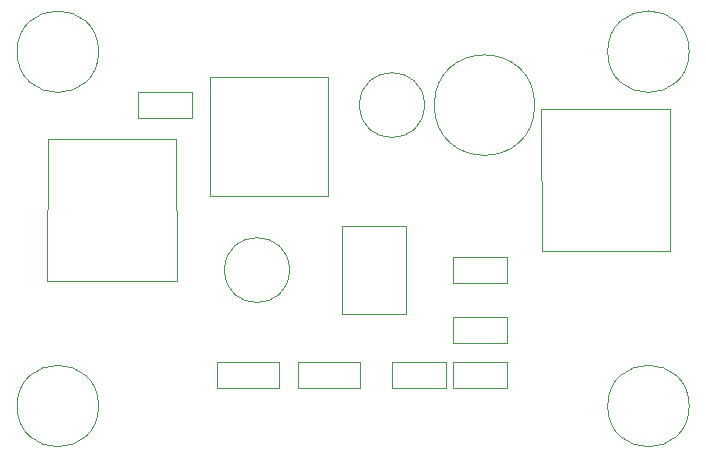
<source format=gbr>
G04 #@! TF.GenerationSoftware,KiCad,Pcbnew,(5.1.5-0-10_14)*
G04 #@! TF.CreationDate,2020-02-11T13:30:23+00:00*
G04 #@! TF.ProjectId,K1889054_A2000_01,4b313838-3930-4353-945f-41323030305f,1.0*
G04 #@! TF.SameCoordinates,Original*
G04 #@! TF.FileFunction,Other,User*
%FSLAX46Y46*%
G04 Gerber Fmt 4.6, Leading zero omitted, Abs format (unit mm)*
G04 Created by KiCad (PCBNEW (5.1.5-0-10_14)) date 2020-02-11 13:30:23*
%MOMM*%
%LPD*%
G04 APERTURE LIST*
%ADD10C,0.050000*%
%ADD11C,0.120000*%
G04 APERTURE END LIST*
D10*
X129050000Y-107190000D02*
X134450000Y-107190000D01*
X134450000Y-107190000D02*
X134450000Y-99790000D01*
X134450000Y-99790000D02*
X129050000Y-99790000D01*
X129050000Y-99790000D02*
X129050000Y-107190000D01*
D11*
X104114800Y-104404400D02*
X104140200Y-92441000D01*
X115062200Y-104429800D02*
X104114800Y-104404400D01*
X115011400Y-92415600D02*
X115062200Y-104429800D01*
X104140200Y-92415600D02*
X115011400Y-92415600D01*
D10*
X145370000Y-89520000D02*
G75*
G03X145370000Y-89520000I-4250000J0D01*
G01*
X127880000Y-87160000D02*
X117840000Y-87160000D01*
X117840000Y-87160000D02*
X117840000Y-97190000D01*
X117840000Y-97190000D02*
X127880000Y-97190000D01*
X127880000Y-97190000D02*
X127880000Y-87160000D01*
X138490000Y-111260000D02*
X143050000Y-111260000D01*
X138490000Y-113500000D02*
X138490000Y-111260000D01*
X143050000Y-113500000D02*
X138490000Y-113500000D01*
X143050000Y-111260000D02*
X143050000Y-113500000D01*
X143050000Y-109690000D02*
X138490000Y-109690000D01*
X143050000Y-107450000D02*
X143050000Y-109690000D01*
X138490000Y-107450000D02*
X143050000Y-107450000D01*
X138490000Y-109690000D02*
X138490000Y-107450000D01*
D11*
X156845200Y-89875600D02*
X156819800Y-101839000D01*
X145897800Y-89850200D02*
X156845200Y-89875600D01*
X145948600Y-101864400D02*
X145897800Y-89850200D01*
X156819800Y-101864400D02*
X145948600Y-101864400D01*
D10*
X125290000Y-113480000D02*
X125290000Y-111280000D01*
X130590000Y-113480000D02*
X125290000Y-113480000D01*
X130590000Y-111280000D02*
X130590000Y-113480000D01*
X125290000Y-111280000D02*
X130590000Y-111280000D01*
X118460000Y-113480000D02*
X118460000Y-111280000D01*
X123760000Y-113480000D02*
X118460000Y-113480000D01*
X123760000Y-111280000D02*
X123760000Y-113480000D01*
X118460000Y-111280000D02*
X123760000Y-111280000D01*
X137840000Y-113500000D02*
X133280000Y-113500000D01*
X137840000Y-111260000D02*
X137840000Y-113500000D01*
X133280000Y-111260000D02*
X137840000Y-111260000D01*
X133280000Y-113500000D02*
X133280000Y-111260000D01*
X136040000Y-89520000D02*
G75*
G03X136040000Y-89520000I-2750000J0D01*
G01*
X138490000Y-102370000D02*
X143050000Y-102370000D01*
X138490000Y-104610000D02*
X138490000Y-102370000D01*
X143050000Y-104610000D02*
X138490000Y-104610000D01*
X143050000Y-102370000D02*
X143050000Y-104610000D01*
X124610000Y-103490000D02*
G75*
G03X124610000Y-103490000I-2750000J0D01*
G01*
X111820000Y-88400000D02*
X116380000Y-88400000D01*
X111820000Y-90640000D02*
X111820000Y-88400000D01*
X116380000Y-90640000D02*
X111820000Y-90640000D01*
X116380000Y-88400000D02*
X116380000Y-90640000D01*
X158450000Y-85000000D02*
G75*
G03X158450000Y-85000000I-3450000J0D01*
G01*
X108450000Y-85000000D02*
G75*
G03X108450000Y-85000000I-3450000J0D01*
G01*
X158450000Y-115000000D02*
G75*
G03X158450000Y-115000000I-3450000J0D01*
G01*
X108450000Y-115000000D02*
G75*
G03X108450000Y-115000000I-3450000J0D01*
G01*
M02*

</source>
